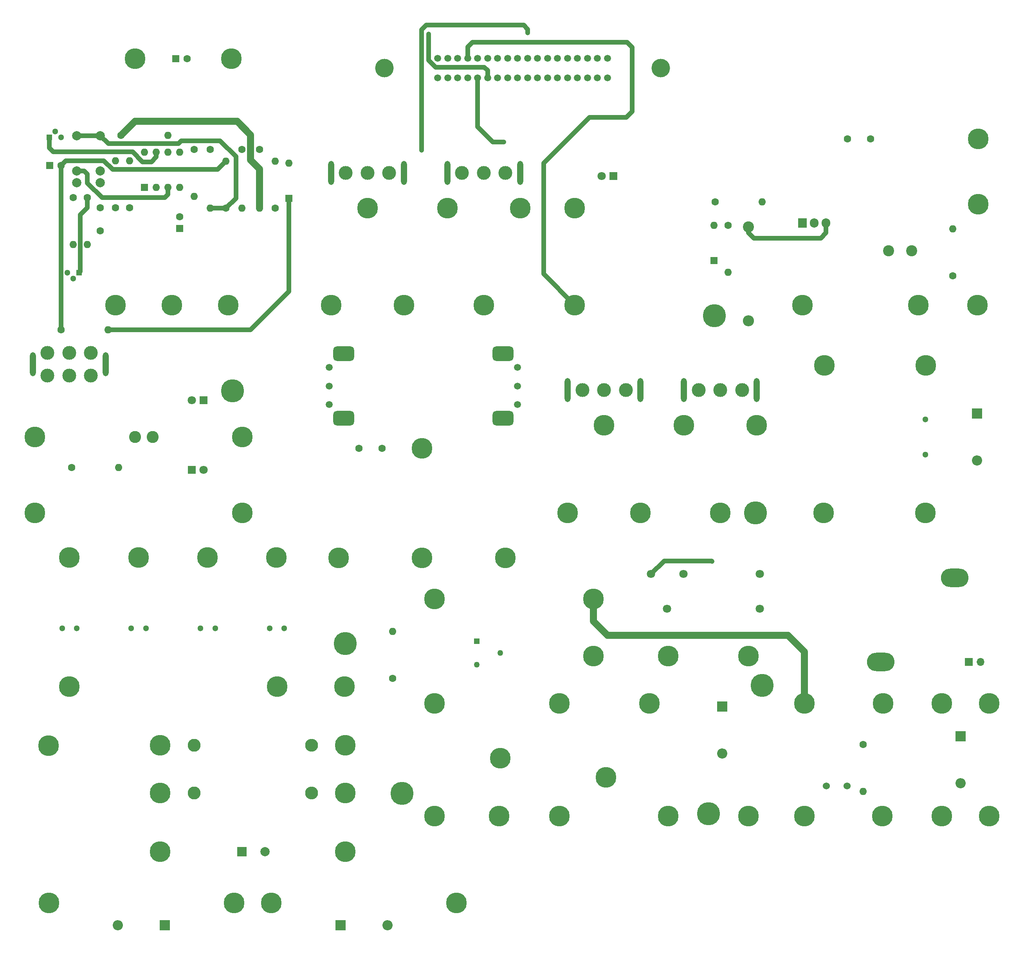
<source format=gbr>
%TF.GenerationSoftware,KiCad,Pcbnew,7.0.1*%
%TF.CreationDate,2024-01-30T16:28:06+02:00*%
%TF.ProjectId,EB-190,45422d31-3930-42e6-9b69-6361645f7063,rev?*%
%TF.SameCoordinates,Original*%
%TF.FileFunction,Copper,L1,Top*%
%TF.FilePolarity,Positive*%
%FSLAX46Y46*%
G04 Gerber Fmt 4.6, Leading zero omitted, Abs format (unit mm)*
G04 Created by KiCad (PCBNEW 7.0.1) date 2024-01-30 16:28:06*
%MOMM*%
%LPD*%
G01*
G04 APERTURE LIST*
G04 Aperture macros list*
%AMRoundRect*
0 Rectangle with rounded corners*
0 $1 Rounding radius*
0 $2 $3 $4 $5 $6 $7 $8 $9 X,Y pos of 4 corners*
0 Add a 4 corners polygon primitive as box body*
4,1,4,$2,$3,$4,$5,$6,$7,$8,$9,$2,$3,0*
0 Add four circle primitives for the rounded corners*
1,1,$1+$1,$2,$3*
1,1,$1+$1,$4,$5*
1,1,$1+$1,$6,$7*
1,1,$1+$1,$8,$9*
0 Add four rect primitives between the rounded corners*
20,1,$1+$1,$2,$3,$4,$5,0*
20,1,$1+$1,$4,$5,$6,$7,0*
20,1,$1+$1,$6,$7,$8,$9,0*
20,1,$1+$1,$8,$9,$2,$3,0*%
G04 Aperture macros list end*
%TA.AperFunction,ComponentPad*%
%ADD10C,1.803400*%
%TD*%
%TA.AperFunction,ComponentPad*%
%ADD11C,1.500000*%
%TD*%
%TA.AperFunction,ComponentPad*%
%ADD12RoundRect,0.800000X1.450000X-0.800000X1.450000X0.800000X-1.450000X0.800000X-1.450000X-0.800000X0*%
%TD*%
%TA.AperFunction,ComponentPad*%
%ADD13C,4.500000*%
%TD*%
%TA.AperFunction,ComponentPad*%
%ADD14C,1.600000*%
%TD*%
%TA.AperFunction,ComponentPad*%
%ADD15O,1.600000X1.600000*%
%TD*%
%TA.AperFunction,ComponentPad*%
%ADD16C,3.000000*%
%TD*%
%TA.AperFunction,ComponentPad*%
%ADD17O,1.300000X5.200000*%
%TD*%
%TA.AperFunction,ComponentPad*%
%ADD18C,1.300000*%
%TD*%
%TA.AperFunction,ComponentPad*%
%ADD19C,1.268000*%
%TD*%
%TA.AperFunction,ComponentPad*%
%ADD20R,1.268000X1.268000*%
%TD*%
%TA.AperFunction,ComponentPad*%
%ADD21R,1.800000X1.800000*%
%TD*%
%TA.AperFunction,ComponentPad*%
%ADD22C,1.800000*%
%TD*%
%TA.AperFunction,ComponentPad*%
%ADD23C,2.600000*%
%TD*%
%TA.AperFunction,ComponentPad*%
%ADD24R,2.000000X2.000000*%
%TD*%
%TA.AperFunction,ComponentPad*%
%ADD25C,2.000000*%
%TD*%
%TA.AperFunction,ComponentPad*%
%ADD26C,2.800000*%
%TD*%
%TA.AperFunction,ComponentPad*%
%ADD27O,2.800000X2.800000*%
%TD*%
%TA.AperFunction,ComponentPad*%
%ADD28R,1.700000X1.700000*%
%TD*%
%TA.AperFunction,ComponentPad*%
%ADD29O,1.700000X1.700000*%
%TD*%
%TA.AperFunction,ComponentPad*%
%ADD30O,6.000000X4.000000*%
%TD*%
%TA.AperFunction,ComponentPad*%
%ADD31R,1.600000X1.600000*%
%TD*%
%TA.AperFunction,ComponentPad*%
%ADD32R,2.200000X2.200000*%
%TD*%
%TA.AperFunction,ComponentPad*%
%ADD33O,2.200000X2.200000*%
%TD*%
%TA.AperFunction,ComponentPad*%
%ADD34C,2.400000*%
%TD*%
%TA.AperFunction,ComponentPad*%
%ADD35C,1.524000*%
%TD*%
%TA.AperFunction,ComponentPad*%
%ADD36R,1.300000X1.300000*%
%TD*%
%TA.AperFunction,ComponentPad*%
%ADD37R,1.905000X2.000000*%
%TD*%
%TA.AperFunction,ComponentPad*%
%ADD38O,1.905000X2.000000*%
%TD*%
%TA.AperFunction,ComponentPad*%
%ADD39O,2.400000X2.400000*%
%TD*%
%TA.AperFunction,ComponentPad*%
%ADD40C,4.000000*%
%TD*%
%TA.AperFunction,ViaPad*%
%ADD41C,5.000000*%
%TD*%
%TA.AperFunction,ViaPad*%
%ADD42C,0.800000*%
%TD*%
%TA.AperFunction,Conductor*%
%ADD43C,1.000000*%
%TD*%
%TA.AperFunction,Conductor*%
%ADD44C,1.500000*%
%TD*%
G04 APERTURE END LIST*
D10*
%TO.P,RLY3,1*%
%TO.N,Net-(RLY3-Pad1)*%
X262109996Y-144713000D03*
%TO.P,RLY3,2*%
%TO.N,/RLY_NC*%
X245609996Y-144713000D03*
%TO.P,RLY3,3*%
%TO.N,/RLY_NO*%
X238609995Y-144713000D03*
%TO.P,RLY3,4*%
%TO.N,/RLY_C*%
X242109996Y-152213000D03*
%TO.P,RLY3,5*%
%TO.N,/RLY_COIL*%
X262109996Y-152213000D03*
%TD*%
D11*
%TO.P,L5,1A*%
%TO.N,Net-(L5-Pad1A)*%
X169007000Y-100013000D03*
%TO.P,L5,1B*%
%TO.N,Net-(F2-Pad1)*%
X169007000Y-108013000D03*
%TO.P,L5,2A*%
X209707000Y-100013000D03*
%TO.P,L5,2B*%
%TO.N,Net-(L5-Pad2B)*%
X209707000Y-108013000D03*
%TO.P,L5,3*%
%TO.N,Net-(L5-Pad3)*%
X169007000Y-104013000D03*
%TO.P,L5,4*%
%TO.N,Net-(F2-Pad1)*%
X209707000Y-104013000D03*
D12*
%TO.P,L5,M*%
%TO.N,N/C*%
X172107000Y-97013000D03*
X172107000Y-111013000D03*
X206607000Y-97013000D03*
X206607000Y-111013000D03*
%TD*%
D13*
%TO.P,TP23,1,1*%
%TO.N,Net-(R4-Pad2)*%
X191770000Y-150114000D03*
%TD*%
%TO.P,TP75,1,1*%
%TO.N,Net-(R8-Pad1)*%
X309245000Y-86487000D03*
%TD*%
%TO.P,TP45,1,1*%
%TO.N,Net-(F2-Pad2)*%
X189103000Y-117475000D03*
%TD*%
D14*
%TO.P,R13,1*%
%TO.N,/FAULT*%
X153924000Y-52832000D03*
D15*
%TO.P,R13,2*%
%TO.N,+12V*%
X153924000Y-65532000D03*
%TD*%
D13*
%TO.P,TP76,1,1*%
%TO.N,Net-(D5-K)*%
X311786000Y-172720000D03*
%TD*%
D16*
%TO.P,S1,1,A*%
%TO.N,Net-(Q2-E)*%
X108075000Y-96899000D03*
%TO.P,S1,2,B*%
%TO.N,/C2*%
X112775000Y-96899000D03*
%TO.P,S1,3,C*%
%TO.N,unconnected-(S1-C-Pad3)*%
X117475000Y-96899000D03*
%TO.P,S1,4,A*%
%TO.N,Net-(LED1-K)*%
X108075000Y-101729000D03*
%TO.P,S1,5,B*%
%TO.N,Net-(S1-B-Pad5)*%
X112775000Y-101729000D03*
%TO.P,S1,6,C*%
%TO.N,Net-(R1-Pad1)*%
X117475000Y-101729000D03*
D17*
%TO.P,S1,7*%
%TO.N,N/C*%
X104900000Y-99314000D03*
X120650000Y-99314000D03*
%TD*%
D18*
%TO.P,I2,1,+*%
%TO.N,Net-(I2-+)*%
X126195667Y-156464000D03*
%TO.P,I2,2,-*%
%TO.N,GND*%
X129370667Y-156464000D03*
%TD*%
D14*
%TO.P,R5,1*%
%TO.N,Net-(D8-K)*%
X252476000Y-64135000D03*
D15*
%TO.P,R5,2*%
%TO.N,Net-(Q1-B)*%
X262636000Y-64135000D03*
%TD*%
D13*
%TO.P,TP54,1,1*%
%TO.N,GND*%
X275971000Y-131445000D03*
%TD*%
D19*
%TO.P,P1,3,3*%
%TO.N,Net-(P1-Pad3)*%
X200914000Y-164338000D03*
%TO.P,P1,2,2*%
%TO.N,Net-(P1-Pad2)*%
X205994000Y-161798000D03*
D20*
%TO.P,P1,1,1*%
%TO.N,Net-(P1-Pad1)*%
X200914000Y-159258000D03*
%TD*%
D13*
%TO.P,TP1,1,1*%
%TO.N,+12V*%
X127000000Y-33147000D03*
%TD*%
%TO.P,TP74,1,1*%
%TO.N,Net-(D1-A)*%
X108411500Y-215900000D03*
%TD*%
D21*
%TO.P,LED2,1,K*%
%TO.N,/BLNK_LED_A*%
X139314000Y-122174000D03*
D22*
%TO.P,LED2,2,A*%
%TO.N,Net-(LED1-K)*%
X141854000Y-122174000D03*
%TD*%
D13*
%TO.P,TP64,1,1*%
%TO.N,Net-(I5-+)*%
X288799000Y-172720000D03*
%TD*%
%TO.P,TP71,1,1*%
%TO.N,Net-(R3-Pad2)*%
X172461000Y-192148000D03*
%TD*%
%TO.P,TP15,1,1*%
%TO.N,Net-(I4--)*%
X157712834Y-169037000D03*
%TD*%
D14*
%TO.P,R22,1*%
%TO.N,GND*%
X116713000Y-63246000D03*
D15*
%TO.P,R22,2*%
%TO.N,Net-(Q3-E)*%
X116713000Y-73406000D03*
%TD*%
D14*
%TO.P,S6,1*%
%TO.N,+12V*%
X281091000Y-50546000D03*
%TO.P,S6,2*%
%TO.N,/THERM_SW*%
X286091000Y-50546000D03*
%TD*%
D23*
%TO.P,JP1,1,B*%
%TO.N,/BLNK_RES*%
X127000000Y-115062000D03*
X130810000Y-115062000D03*
%TD*%
D13*
%TO.P,TP47,1,1*%
%TO.N,Net-(L5-Pad2B)*%
X207137000Y-141239000D03*
%TD*%
%TO.P,TP53,1,1*%
%TO.N,+12V*%
X276099000Y-99568000D03*
%TD*%
%TO.P,TP7,1,1*%
%TO.N,Net-(I1-+)*%
X112776000Y-141097000D03*
%TD*%
D18*
%TO.P,I1,1,+*%
%TO.N,Net-(I1-+)*%
X111230834Y-156464000D03*
%TO.P,I1,2,-*%
%TO.N,/I1*%
X114405834Y-156464000D03*
%TD*%
D24*
%TO.P,C1,1*%
%TO.N,Net-(C1-Pad1)*%
X150093323Y-204839000D03*
D25*
%TO.P,C1,2*%
%TO.N,Net-(C1-Pad2)*%
X155093323Y-204839000D03*
%TD*%
D22*
%TO.P,LED1,2,A*%
%TO.N,/BLNK_LED_A*%
X139319000Y-107061000D03*
D21*
%TO.P,LED1,1,K*%
%TO.N,Net-(LED1-K)*%
X141859000Y-107061000D03*
%TD*%
D16*
%TO.P,S4,1,B*%
%TO.N,Net-(S4-B)*%
X223774000Y-104902000D03*
%TO.P,S4,2,C*%
%TO.N,Net-(S4-C)*%
X228474000Y-104902000D03*
%TO.P,S4,3,A*%
%TO.N,Net-(S4-A)*%
X233174000Y-104902000D03*
D17*
%TO.P,S4,4*%
%TO.N,N/C*%
X220599000Y-104902000D03*
X236349000Y-104902000D03*
%TD*%
D13*
%TO.P,TP63,1,1*%
%TO.N,Net-(D1-K)*%
X148411500Y-215900000D03*
%TD*%
D26*
%TO.P,R3,1*%
%TO.N,Net-(R3-Pad1)*%
X139761000Y-192148000D03*
D27*
%TO.P,R3,2*%
%TO.N,Net-(R3-Pad2)*%
X165161000Y-192148000D03*
%TD*%
D13*
%TO.P,TP38,1,1*%
%TO.N,Net-(RLY3-Pad1)*%
X218822000Y-197104000D03*
%TD*%
%TO.P,TP28,1,1*%
%TO.N,GND*%
X205740000Y-197104000D03*
%TD*%
%TO.P,TP27,1,1*%
%TO.N,Net-(S5-A)*%
X245746000Y-112522000D03*
%TD*%
%TO.P,TP51,1,1*%
%TO.N,GND*%
X271781000Y-197104000D03*
%TD*%
%TO.P,TP59,1,1*%
%TO.N,Net-(R2-Pad1)*%
X132461000Y-181737000D03*
%TD*%
%TO.P,TP13,1,1*%
%TO.N,/I4*%
X150219834Y-131445000D03*
%TD*%
D14*
%TO.P,R9,1*%
%TO.N,Net-(I5--)*%
X284480000Y-181610000D03*
D15*
%TO.P,R9,2*%
%TO.N,Net-(L4-+)*%
X284480000Y-191770000D03*
%TD*%
D14*
%TO.P,R1,1*%
%TO.N,Net-(R1-Pad1)*%
X113284000Y-121666000D03*
D15*
%TO.P,R1,2*%
%TO.N,/BLNK_RES*%
X123444000Y-121666000D03*
%TD*%
D13*
%TO.P,TP39,1,1*%
%TO.N,Net-(L5-Pad1A)*%
X171069000Y-141239000D03*
%TD*%
D28*
%TO.P,L4,1,-*%
%TO.N,Net-(I5-+)*%
X307341000Y-163703000D03*
D29*
%TO.P,L4,2,+*%
%TO.N,Net-(L4-+)*%
X309881000Y-163703000D03*
D30*
%TO.P,L4,M*%
%TO.N,N/C*%
X304261779Y-145517673D03*
X288261779Y-163717673D03*
%TD*%
D31*
%TO.P,D7,1,K*%
%TO.N,GND*%
X252222000Y-76835000D03*
D15*
%TO.P,D7,2,A*%
%TO.N,Net-(D7-A)*%
X252222000Y-69215000D03*
%TD*%
D32*
%TO.P,D4,1,K*%
%TO.N,Net-(D4-K)*%
X254001000Y-173355000D03*
D33*
%TO.P,D4,2,A*%
%TO.N,Net-(D4-A)*%
X254001000Y-183515000D03*
%TD*%
D13*
%TO.P,TP57,1,1*%
%TO.N,Net-(BZ1--)*%
X298070000Y-99568000D03*
%TD*%
%TO.P,TP61,1,1*%
%TO.N,Net-(C1-Pad1)*%
X132461000Y-204839000D03*
%TD*%
%TO.P,TP46,1,1*%
%TO.N,Net-(L5-Pad3)*%
X189103000Y-141239000D03*
%TD*%
D18*
%TO.P,I4,1,+*%
%TO.N,/I4*%
X156125334Y-156464000D03*
%TO.P,I4,2,-*%
%TO.N,Net-(I4--)*%
X159300334Y-156464000D03*
%TD*%
D31*
%TO.P,C2,1*%
%TO.N,+12V*%
X135803000Y-33147000D03*
D14*
%TO.P,C2,2*%
%TO.N,GND*%
X138303000Y-33147000D03*
%TD*%
D16*
%TO.P,S2,1,A*%
%TO.N,Net-(S2-A)*%
X181992000Y-57912000D03*
%TO.P,S2,2,B*%
%TO.N,Net-(S2-B)*%
X177292000Y-57912000D03*
%TO.P,S2,3,C*%
%TO.N,Net-(S2-C)*%
X172592000Y-57912000D03*
D17*
%TO.P,S2,4*%
%TO.N,N/C*%
X185167000Y-57912000D03*
X169417000Y-57912000D03*
%TD*%
D13*
%TO.P,TP37,1,1*%
%TO.N,/RLY_COIL*%
X226188000Y-162433000D03*
%TD*%
%TO.P,TP32,1,1*%
%TO.N,Net-(S3-C)*%
X210312000Y-65532000D03*
%TD*%
D22*
%TO.P,D8,2,A*%
%TO.N,Net-(D8-A)*%
X227970000Y-58547000D03*
D21*
%TO.P,D8,1,K*%
%TO.N,Net-(D8-K)*%
X230510000Y-58547000D03*
%TD*%
D13*
%TO.P,TP49,1,1*%
%TO.N,Net-(D4-A)*%
X259716000Y-197104000D03*
%TD*%
%TO.P,TP19,1,1*%
%TO.N,Net-(S2-B)*%
X177292000Y-65532000D03*
%TD*%
%TO.P,TP67,1,1*%
%TO.N,Net-(I5-+)*%
X301499000Y-172720000D03*
%TD*%
D14*
%TO.P,R15,1*%
%TO.N,/FAULT*%
X143256000Y-52832000D03*
D15*
%TO.P,R15,2*%
%TO.N,/RLY1_C2*%
X143256000Y-65532000D03*
%TD*%
D13*
%TO.P,TP60,1,1*%
%TO.N,Net-(R3-Pad1)*%
X132461000Y-192148000D03*
%TD*%
D14*
%TO.P,R18,1*%
%TO.N,/RLY1_NO2*%
X122809000Y-65405000D03*
D15*
%TO.P,R18,2*%
%TO.N,Net-(U1-START)*%
X122809000Y-55245000D03*
%TD*%
D13*
%TO.P,TP40,1,1*%
%TO.N,/RLY_C*%
X228854000Y-188722000D03*
%TD*%
%TO.P,TP52,1,1*%
%TO.N,Net-(R7-Pad1)*%
X309372000Y-50571400D03*
%TD*%
D34*
%TO.P,R7,1*%
%TO.N,Net-(R7-Pad1)*%
X289981000Y-74784000D03*
%TO.P,R7,2*%
%TO.N,/THERMISTOR_A*%
X294981000Y-74784000D03*
%TD*%
D13*
%TO.P,TP8,1,1*%
%TO.N,Net-(LED1-K)*%
X150219834Y-115062000D03*
%TD*%
D31*
%TO.P,D6,1,K*%
%TO.N,/C2*%
X160274000Y-63373000D03*
D15*
%TO.P,D6,2,A*%
%TO.N,Net-(D6-A)*%
X160274000Y-55753000D03*
%TD*%
D13*
%TO.P,TP12,1,1*%
%TO.N,Net-(I3-+)*%
X142642166Y-141097000D03*
%TD*%
D18*
%TO.P,I3,1,+*%
%TO.N,Net-(I3-+)*%
X141160500Y-156464000D03*
%TO.P,I3,2,-*%
%TO.N,/I3*%
X144335500Y-156464000D03*
%TD*%
D13*
%TO.P,TP77,1,1*%
%TO.N,Net-(D5-A)*%
X311786000Y-197104000D03*
%TD*%
D14*
%TO.P,R23,1*%
%TO.N,Net-(R23-Pad1)*%
X139827000Y-52832000D03*
D15*
%TO.P,R23,2*%
%TO.N,Net-(C5-Pad2)*%
X139827000Y-62992000D03*
%TD*%
D13*
%TO.P,TP6,1,1*%
%TO.N,Net-(I1-+)*%
X105325334Y-131445000D03*
%TD*%
%TO.P,TP16,1,1*%
%TO.N,GND*%
X172339000Y-169037000D03*
%TD*%
%TO.P,TP72,1,1*%
%TO.N,Net-(C1-Pad2)*%
X172461000Y-204839000D03*
%TD*%
%TO.P,TP29,1,1*%
%TO.N,Net-(S3-B)*%
X202438000Y-86487000D03*
%TD*%
D15*
%TO.P,R4,2*%
%TO.N,Net-(R4-Pad2)*%
X182753000Y-157099000D03*
D14*
%TO.P,R4,1*%
%TO.N,Net-(P1-Pad1)*%
X182753000Y-167259000D03*
%TD*%
D13*
%TO.P,TP5,1,1*%
%TO.N,Net-(F1-Pad2)*%
X122809000Y-86487000D03*
%TD*%
%TO.P,TP65,1,1*%
%TO.N,Net-(L4-+)*%
X288672000Y-197104000D03*
%TD*%
%TO.P,TP50,1,1*%
%TO.N,GND*%
X108331000Y-181864000D03*
%TD*%
%TO.P,TP17,1,1*%
%TO.N,Net-(S2-C)*%
X185166000Y-86487000D03*
%TD*%
D14*
%TO.P,R19,1*%
%TO.N,Net-(U1-VSS)*%
X125857000Y-65405000D03*
D15*
%TO.P,R19,2*%
%TO.N,GND*%
X125857000Y-55245000D03*
%TD*%
D13*
%TO.P,TP25,1,1*%
%TO.N,Net-(P1-Pad3)*%
X191770000Y-197104000D03*
%TD*%
D32*
%TO.P,D2,1,K*%
%TO.N,Net-(D2-K)*%
X171430500Y-220726000D03*
D33*
%TO.P,D2,2,A*%
%TO.N,Net-(D2-A)*%
X181590500Y-220726000D03*
%TD*%
D31*
%TO.P,C4,1*%
%TO.N,/FAULT*%
X108522888Y-56261000D03*
D14*
%TO.P,C4,2*%
%TO.N,Net-(Q3-B)*%
X111022888Y-56261000D03*
%TD*%
%TO.P,R12,1*%
%TO.N,/FAULT*%
X150114000Y-52832000D03*
D15*
%TO.P,R12,2*%
%TO.N,+12V*%
X150114000Y-65532000D03*
%TD*%
D13*
%TO.P,TP20,1,1*%
%TO.N,Net-(S4-B)*%
X228474000Y-112522000D03*
%TD*%
D14*
%TO.P,R24,1*%
%TO.N,Net-(D7-A)*%
X255270000Y-69215000D03*
D15*
%TO.P,R24,2*%
%TO.N,Net-(Q1-B)*%
X255270000Y-79375000D03*
%TD*%
D16*
%TO.P,S3,1,A*%
%TO.N,Net-(S3-A)*%
X207138000Y-57912000D03*
%TO.P,S3,2,B*%
%TO.N,Net-(S3-B)*%
X202438000Y-57912000D03*
%TO.P,S3,3,C*%
%TO.N,Net-(S3-C)*%
X197738000Y-57912000D03*
D17*
%TO.P,S3,4*%
%TO.N,N/C*%
X210313000Y-57912000D03*
X194563000Y-57912000D03*
%TD*%
D13*
%TO.P,TP22,1,1*%
%TO.N,Net-(S4-A)*%
X220600000Y-131445000D03*
%TD*%
%TO.P,TP9,1,1*%
%TO.N,Net-(R14-Pad1)*%
X147193000Y-86487000D03*
%TD*%
%TO.P,TP3,1,1*%
%TO.N,Net-(R1-Pad1)*%
X105325334Y-115062000D03*
%TD*%
D26*
%TO.P,R2,1*%
%TO.N,Net-(R2-Pad1)*%
X139761000Y-181737000D03*
D27*
%TO.P,R2,2*%
%TO.N,Net-(R2-Pad2)*%
X165161000Y-181737000D03*
%TD*%
D18*
%TO.P,BZ1,1,-*%
%TO.N,Net-(BZ1--)*%
X297942000Y-111262000D03*
%TO.P,BZ1,2,+*%
%TO.N,Net-(BZ1-+)*%
X297942000Y-118862000D03*
%TD*%
D13*
%TO.P,TP44,1,1*%
%TO.N,Net-(RLY3-Pad1)*%
X242317000Y-197104000D03*
%TD*%
%TO.P,TP2,1,1*%
%TO.N,GND*%
X147828000Y-33147000D03*
%TD*%
%TO.P,TP42,1,1*%
%TO.N,+12V*%
X226188000Y-150114000D03*
%TD*%
D32*
%TO.P,D5,1,K*%
%TO.N,Net-(D5-K)*%
X305562000Y-179832000D03*
D33*
%TO.P,D5,2,A*%
%TO.N,Net-(D5-A)*%
X305562000Y-189992000D03*
%TD*%
D13*
%TO.P,TP36,1,1*%
%TO.N,Net-(D8-A)*%
X222123000Y-65532000D03*
%TD*%
%TO.P,TP4,1,1*%
%TO.N,Net-(S1-B-Pad5)*%
X135001000Y-86487000D03*
%TD*%
%TO.P,TP33,1,1*%
%TO.N,Net-(S5-C)*%
X261494000Y-112522000D03*
%TD*%
%TO.P,TP30,1,1*%
%TO.N,Net-(S5-B)*%
X253620000Y-131445000D03*
%TD*%
%TO.P,TP18,1,1*%
%TO.N,Net-(S4-C)*%
X236348000Y-131445000D03*
%TD*%
%TO.P,TP43,1,1*%
%TO.N,/RLY_COIL*%
X242317000Y-162433000D03*
%TD*%
D14*
%TO.P,R20,1*%
%TO.N,+12V*%
X123952000Y-49784000D03*
D15*
%TO.P,R20,2*%
%TO.N,Net-(D6-A)*%
X134112000Y-49784000D03*
%TD*%
D25*
%TO.P,RL1,1,1*%
%TO.N,/RLY1_C2*%
X114427000Y-49854786D03*
%TO.P,RL1,2,2*%
%TO.N,/RLY1_COIL*%
X114427000Y-57474786D03*
%TO.P,RL1,3,3*%
%TO.N,unconnected-(RL1-Pad3)*%
X114427000Y-60014786D03*
%TO.P,RL1,4,4*%
%TO.N,/RLY1_NO2*%
X119507000Y-60014786D03*
%TO.P,RL1,5,5*%
%TO.N,GND*%
X119507000Y-57474786D03*
%TO.P,RL1,6,6*%
%TO.N,/RLY1_C2*%
X119507000Y-49854786D03*
%TD*%
D13*
%TO.P,TP26,1,1*%
%TO.N,Net-(S3-A)*%
X194564000Y-65532000D03*
%TD*%
D32*
%TO.P,D1,1,K*%
%TO.N,Net-(D1-K)*%
X133477000Y-220726000D03*
D33*
%TO.P,D1,2,A*%
%TO.N,Net-(D1-A)*%
X123317000Y-220726000D03*
%TD*%
D13*
%TO.P,TP34,1,1*%
%TO.N,/+PS_1*%
X222123000Y-86487000D03*
%TD*%
D14*
%TO.P,R8,1*%
%TO.N,Net-(R8-Pad1)*%
X303911000Y-80137000D03*
D15*
%TO.P,R8,2*%
%TO.N,/THERMISTOR_B*%
X303911000Y-69977000D03*
%TD*%
D13*
%TO.P,TP11,1,1*%
%TO.N,Net-(I2-+)*%
X127762000Y-141097000D03*
%TD*%
D14*
%TO.P,R14,1*%
%TO.N,Net-(R14-Pad1)*%
X157353000Y-65532000D03*
D15*
%TO.P,R14,2*%
%TO.N,/FAULT*%
X157353000Y-55372000D03*
%TD*%
D13*
%TO.P,TP58,1,1*%
%TO.N,Net-(BZ1-+)*%
X297942000Y-131445000D03*
%TD*%
D35*
%TO.P,I5,1,+*%
%TO.N,Net-(I5-+)*%
X276516000Y-190561000D03*
%TO.P,I5,2,-*%
%TO.N,Net-(I5--)*%
X281016000Y-190561000D03*
%TD*%
D14*
%TO.P,R16,1*%
%TO.N,/RLY1_C2*%
X146685000Y-65532000D03*
D15*
%TO.P,R16,2*%
%TO.N,Net-(Q3-B)*%
X146685000Y-55372000D03*
%TD*%
D13*
%TO.P,TP14,1,1*%
%TO.N,/I4*%
X157607000Y-141097000D03*
%TD*%
%TO.P,TP69,1,1*%
%TO.N,/THERM_SW_PIN*%
X296418000Y-86487000D03*
%TD*%
D32*
%TO.P,D3,1,K*%
%TO.N,Net-(BZ1--)*%
X309118000Y-109982000D03*
D33*
%TO.P,D3,2,A*%
%TO.N,Net-(BZ1-+)*%
X309118000Y-120142000D03*
%TD*%
D13*
%TO.P,TP66,1,1*%
%TO.N,/THERMISTOR_B*%
X309372000Y-64668400D03*
%TD*%
D14*
%TO.P,R17,1*%
%TO.N,Net-(Q3-B)*%
X110998000Y-91821000D03*
D15*
%TO.P,R17,2*%
%TO.N,/C2*%
X121158000Y-91821000D03*
%TD*%
D13*
%TO.P,TP55,1,1*%
%TO.N,+12V*%
X271781000Y-172720000D03*
%TD*%
%TO.P,TP35,1,1*%
%TO.N,/RLY_NO_BN*%
X238252000Y-172720000D03*
%TD*%
D36*
%TO.P,Q3,1,C*%
%TO.N,/FAULT*%
X108458000Y-50165000D03*
D18*
%TO.P,Q3,2,B*%
%TO.N,Net-(Q3-B)*%
X109728000Y-48895000D03*
%TO.P,Q3,3,E*%
%TO.N,Net-(Q3-E)*%
X110998000Y-50165000D03*
%TD*%
D13*
%TO.P,TP41,1,1*%
%TO.N,/RLY_NC*%
X218822000Y-172720000D03*
%TD*%
D14*
%TO.P,F1,1*%
%TO.N,/RLY1_NO2*%
X119507000Y-65445000D03*
%TO.P,F1,2*%
%TO.N,Net-(F1-Pad2)*%
X119507000Y-70445000D03*
%TD*%
D37*
%TO.P,Q1,1,C*%
%TO.N,+12V*%
X271399000Y-68740000D03*
D38*
%TO.P,Q1,2,B*%
%TO.N,Net-(Q1-B)*%
X273939000Y-68740000D03*
%TO.P,Q1,3,E*%
%TO.N,Net-(Q1-E)*%
X276479000Y-68740000D03*
%TD*%
D31*
%TO.P,C5,1*%
%TO.N,+12V*%
X136652000Y-69912113D03*
D14*
%TO.P,C5,2*%
%TO.N,Net-(C5-Pad2)*%
X136652000Y-67412113D03*
%TD*%
D13*
%TO.P,TP68,1,1*%
%TO.N,Net-(L4-+)*%
X301499000Y-197104000D03*
%TD*%
%TO.P,TP31,1,1*%
%TO.N,Net-(P1-Pad2)*%
X205994000Y-184531000D03*
%TD*%
D14*
%TO.P,F2,1*%
%TO.N,Net-(F2-Pad1)*%
X175467000Y-117475000D03*
%TO.P,F2,2*%
%TO.N,Net-(F2-Pad2)*%
X180467000Y-117475000D03*
%TD*%
D13*
%TO.P,TP70,1,1*%
%TO.N,Net-(R2-Pad2)*%
X172461000Y-181737000D03*
%TD*%
D34*
%TO.P,R6,1*%
%TO.N,Net-(Q1-E)*%
X259715000Y-69596000D03*
D39*
%TO.P,R6,2*%
%TO.N,GND*%
X259715000Y-89916000D03*
%TD*%
D16*
%TO.P,S5,1,B*%
%TO.N,Net-(S5-B)*%
X248920000Y-104902000D03*
%TO.P,S5,2,C*%
%TO.N,Net-(S5-C)*%
X253620000Y-104902000D03*
%TO.P,S5,3,A*%
%TO.N,Net-(S5-A)*%
X258320000Y-104902000D03*
D17*
%TO.P,S5,4*%
%TO.N,N/C*%
X245745000Y-104902000D03*
X261495000Y-104902000D03*
%TD*%
D13*
%TO.P,TP24,1,1*%
%TO.N,Net-(P1-Pad1)*%
X191770000Y-172720000D03*
%TD*%
D36*
%TO.P,Q2,1,C*%
%TO.N,GND*%
X114935000Y-79502000D03*
D18*
%TO.P,Q2,2,B*%
%TO.N,Net-(Q2-B)*%
X113665000Y-80772000D03*
%TO.P,Q2,3,E*%
%TO.N,Net-(Q2-E)*%
X112395000Y-79502000D03*
%TD*%
D13*
%TO.P,TP62,1,1*%
%TO.N,Net-(D2-A)*%
X196510500Y-215900000D03*
%TD*%
%TO.P,TP21,1,1*%
%TO.N,Net-(S2-A)*%
X169418000Y-86487000D03*
%TD*%
%TO.P,TP73,1,1*%
%TO.N,Net-(D2-K)*%
X156510500Y-215900000D03*
%TD*%
%TO.P,TP48,1,1*%
%TO.N,Net-(D4-K)*%
X259716000Y-162433000D03*
%TD*%
%TO.P,TP10,1,1*%
%TO.N,/I1_R*%
X112818334Y-169037000D03*
%TD*%
D14*
%TO.P,R21,1*%
%TO.N,Net-(Q3-E)*%
X113665000Y-63246000D03*
D15*
%TO.P,R21,2*%
%TO.N,Net-(Q2-B)*%
X113665000Y-73406000D03*
%TD*%
D11*
%TO.P,J1,1,Pin_1*%
%TO.N,unconnected-(J1-Pin_1-Pad1)*%
X192457055Y-37373625D03*
%TO.P,J1,2,Pin_2*%
%TO.N,unconnected-(J1-Pin_2-Pad2)*%
X194617055Y-37373625D03*
%TO.P,J1,3,Pin_3*%
%TO.N,unconnected-(J1-Pin_3-Pad3)*%
X196777055Y-37373625D03*
%TO.P,J1,4,Pin_4*%
%TO.N,unconnected-(J1-Pin_4-Pad4)*%
X198937055Y-37373625D03*
%TO.P,J1,5,Pin_5*%
%TO.N,/I1*%
X201097055Y-37373625D03*
%TO.P,J1,6,Pin_6*%
%TO.N,/I1_R*%
X203257055Y-37373625D03*
%TO.P,J1,7,Pin_7*%
%TO.N,unconnected-(J1-Pin_7-Pad7)*%
X205417055Y-37373625D03*
%TO.P,J1,8,Pin_8*%
%TO.N,/BLNK_RES*%
X207577055Y-37373625D03*
%TO.P,J1,9,Pin_9*%
%TO.N,/BLNK_LED_A*%
X209737055Y-37373625D03*
%TO.P,J1,10,Pin_10*%
%TO.N,unconnected-(J1-Pin_10-Pad10)*%
X211897055Y-37373625D03*
%TO.P,J1,11,Pin_11*%
%TO.N,/I3*%
X214057055Y-37373625D03*
%TO.P,J1,12,Pin_12*%
%TO.N,GND*%
X216217055Y-37373625D03*
%TO.P,J1,13,Pin_13*%
%TO.N,/RLY_COIL*%
X218377055Y-37373625D03*
%TO.P,J1,14,Pin_14*%
%TO.N,unconnected-(J1-Pin_14-Pad14)*%
X220537055Y-37373625D03*
%TO.P,J1,15,Pin_15*%
%TO.N,/RLY_C*%
X222697055Y-37373625D03*
%TO.P,J1,16,Pin_16*%
%TO.N,unconnected-(J1-Pin_16-Pad16)*%
X224857055Y-37373625D03*
%TO.P,J1,17,Pin_17*%
%TO.N,/RLY_NO_BN*%
X227017055Y-37373625D03*
%TO.P,J1,18,Pin_18*%
%TO.N,/RLY_NO*%
X229177055Y-37373625D03*
%TO.P,J1,19,Pin_19*%
%TO.N,unconnected-(J1-Pin_19-Pad19)*%
X192457055Y-33083625D03*
%TO.P,J1,20,Pin_20*%
%TO.N,unconnected-(J1-Pin_20-Pad20)*%
X194617055Y-33083625D03*
%TO.P,J1,21,Pin_21*%
%TO.N,unconnected-(J1-Pin_21-Pad21)*%
X196777055Y-33083625D03*
%TO.P,J1,22,Pin_22*%
%TO.N,/+PS_1*%
X198937055Y-33083625D03*
%TO.P,J1,23,Pin_23*%
%TO.N,GND*%
X201097055Y-33083625D03*
%TO.P,J1,24,Pin_24*%
%TO.N,+12V*%
X203257055Y-33083625D03*
%TO.P,J1,25,Pin_25*%
%TO.N,unconnected-(J1-Pin_25-Pad25)*%
X205417055Y-33083625D03*
%TO.P,J1,26,Pin_26*%
%TO.N,unconnected-(J1-Pin_26-Pad26)*%
X207577055Y-33083625D03*
%TO.P,J1,27,Pin_27*%
%TO.N,unconnected-(J1-Pin_27-Pad27)*%
X209737055Y-33083625D03*
%TO.P,J1,28,Pin_28*%
%TO.N,Net-(J1-Pin_28)*%
X211897055Y-33083625D03*
%TO.P,J1,29,Pin_29*%
%TO.N,unconnected-(J1-Pin_29-Pad29)*%
X214057055Y-33083625D03*
%TO.P,J1,30,Pin_30*%
%TO.N,GND*%
X216217055Y-33083625D03*
%TO.P,J1,31,Pin_31*%
%TO.N,/THERMISTOR_A*%
X218377055Y-33083625D03*
%TO.P,J1,32,Pin_32*%
%TO.N,/THERMISTOR_B*%
X220537055Y-33083625D03*
%TO.P,J1,33,Pin_33*%
%TO.N,unconnected-(J1-Pin_33-Pad33)*%
X222697055Y-33083625D03*
%TO.P,J1,34,Pin_34*%
%TO.N,/THERM_SW*%
X224857055Y-33083625D03*
%TO.P,J1,35,Pin_35*%
%TO.N,/THERM_SW_PIN*%
X227017055Y-33083625D03*
%TO.P,J1,36,Pin_36*%
%TO.N,unconnected-(J1-Pin_36-Pad36)*%
X229177055Y-33083625D03*
D40*
%TO.P,J1,M*%
%TO.N,N/C*%
X180947055Y-35228625D03*
X240687055Y-35228625D03*
%TD*%
D13*
%TO.P,TP56,1,1*%
%TO.N,+12V*%
X271399000Y-86487000D03*
%TD*%
D31*
%TO.P,U1,1,VSS*%
%TO.N,Net-(U1-VSS)*%
X129042000Y-61077000D03*
D15*
%TO.P,U1,2,VCC*%
%TO.N,+12V*%
X131582000Y-61077000D03*
%TO.P,U1,3,RELAY*%
%TO.N,/RLY1_COIL*%
X134122000Y-61077000D03*
%TO.P,U1,4,OSC*%
%TO.N,Net-(C5-Pad2)*%
X136662000Y-61077000D03*
%TO.P,U1,5,OSC*%
%TO.N,Net-(R23-Pad1)*%
X136662000Y-53457000D03*
%TO.P,U1,6,EN*%
%TO.N,Net-(D6-A)*%
X134122000Y-53457000D03*
%TO.P,U1,7,FAULT*%
%TO.N,/FAULT*%
X131582000Y-53457000D03*
%TO.P,U1,8,START*%
%TO.N,Net-(U1-START)*%
X129042000Y-53457000D03*
%TD*%
D41*
%TO.N,*%
X252349000Y-88773000D03*
X261239000Y-131445000D03*
X148082000Y-105029000D03*
X172466000Y-159766000D03*
X184785000Y-192151000D03*
X262636000Y-168783000D03*
X251079000Y-196596000D03*
D42*
%TO.N,/RLY_NO*%
X251841000Y-141986000D03*
%TO.N,/I1*%
X206800062Y-51205562D03*
%TO.N,/I4*%
X211963000Y-27559000D03*
X188976000Y-52987500D03*
%TO.N,/I1_R*%
X190500000Y-27813000D03*
%TD*%
D43*
%TO.N,Net-(Q3-B)*%
X112038888Y-55245000D02*
X111022888Y-56261000D01*
X122174000Y-57150000D02*
X120269000Y-55245000D01*
X144907000Y-57150000D02*
X122174000Y-57150000D01*
X120269000Y-55245000D02*
X112038888Y-55245000D01*
X146685000Y-55372000D02*
X144907000Y-57150000D01*
%TO.N,/FAULT*%
X130556000Y-55499000D02*
X128651000Y-55499000D01*
X128651000Y-55499000D02*
X126492000Y-53340000D01*
X108458000Y-52451000D02*
X108458000Y-50165000D01*
X131582000Y-54473000D02*
X130556000Y-55499000D01*
X131582000Y-53457000D02*
X131582000Y-54473000D01*
X126492000Y-53340000D02*
X109347000Y-53340000D01*
X109347000Y-53340000D02*
X108458000Y-52451000D01*
%TO.N,/I1_R*%
X203257055Y-35744055D02*
X203257055Y-37373625D01*
X202565000Y-35052000D02*
X203257055Y-35744055D01*
X192024000Y-35052000D02*
X202565000Y-35052000D01*
X190500000Y-33528000D02*
X192024000Y-35052000D01*
X190500000Y-27813000D02*
X190500000Y-33528000D01*
%TO.N,/I1*%
X201097055Y-47935055D02*
X201097055Y-37373625D01*
X204367562Y-51205562D02*
X201097055Y-47935055D01*
X206800062Y-51205562D02*
X204367562Y-51205562D01*
%TO.N,/RLY_NO*%
X241463995Y-141859000D02*
X238609995Y-144713000D01*
X251841000Y-141986000D02*
X251714000Y-141859000D01*
X251714000Y-141859000D02*
X241463995Y-141859000D01*
%TO.N,/RLY1_COIL*%
X133477000Y-63246000D02*
X134122000Y-62601000D01*
X116713000Y-60071000D02*
X119888000Y-63246000D01*
X116713000Y-58166000D02*
X116713000Y-60071000D01*
X119888000Y-63246000D02*
X133477000Y-63246000D01*
X116021786Y-57474786D02*
X116713000Y-58166000D01*
X134122000Y-62601000D02*
X134122000Y-61077000D01*
X114427000Y-57474786D02*
X116021786Y-57474786D01*
%TO.N,/RLY1_C2*%
X148844000Y-63373000D02*
X146685000Y-65532000D01*
X137022767Y-50927000D02*
X145415000Y-50927000D01*
X136387767Y-51562000D02*
X137022767Y-50927000D01*
X121214214Y-51562000D02*
X136387767Y-51562000D01*
X145415000Y-50927000D02*
X148844000Y-54356000D01*
X119507000Y-49854786D02*
X121214214Y-51562000D01*
X148844000Y-54356000D02*
X148844000Y-63373000D01*
%TO.N,/I4*%
X211074000Y-25908000D02*
X211963000Y-26797000D01*
X189992000Y-25908000D02*
X211074000Y-25908000D01*
X188976000Y-26924000D02*
X189992000Y-25908000D01*
X188976000Y-52987500D02*
X188976000Y-26924000D01*
X211963000Y-26797000D02*
X211963000Y-27559000D01*
D44*
%TO.N,+12V*%
X226188000Y-150114000D02*
X226188000Y-154941000D01*
X268224000Y-157988000D02*
X271781000Y-161545000D01*
X229235000Y-157988000D02*
X268224000Y-157988000D01*
X127000000Y-46736000D02*
X123952000Y-49784000D01*
X152019000Y-55118000D02*
X152019000Y-49657000D01*
X271781000Y-161545000D02*
X271781000Y-172720000D01*
X153924000Y-57023000D02*
X152019000Y-55118000D01*
X153924000Y-65532000D02*
X153924000Y-57023000D01*
X149098000Y-46736000D02*
X127000000Y-46736000D01*
X152019000Y-49657000D02*
X149098000Y-46736000D01*
X226188000Y-154941000D02*
X229235000Y-157988000D01*
D43*
%TO.N,GND*%
X116713000Y-65405000D02*
X115189000Y-66929000D01*
X116713000Y-63246000D02*
X116713000Y-65405000D01*
X115189000Y-79248000D02*
X114935000Y-79502000D01*
X115189000Y-66929000D02*
X115189000Y-79248000D01*
%TO.N,Net-(Q3-B)*%
X111022888Y-56261000D02*
X111022888Y-91796112D01*
X111022888Y-91796112D02*
X110998000Y-91821000D01*
%TO.N,/C2*%
X121158000Y-91821000D02*
X152019000Y-91821000D01*
X152019000Y-91821000D02*
X160274000Y-83566000D01*
X160274000Y-83566000D02*
X160274000Y-63373000D01*
%TO.N,Net-(Q1-E)*%
X259715000Y-70866000D02*
X259715000Y-69596000D01*
X276479000Y-68740000D02*
X276479000Y-70866000D01*
X260858000Y-72009000D02*
X259715000Y-70866000D01*
X275336000Y-72009000D02*
X260858000Y-72009000D01*
X276479000Y-70866000D02*
X275336000Y-72009000D01*
%TO.N,/RLY1_C2*%
X143256000Y-65532000D02*
X146685000Y-65532000D01*
X114427000Y-49854786D02*
X119507000Y-49854786D01*
%TO.N,/+PS_1*%
X200025000Y-29591000D02*
X198937055Y-30678945D01*
X234569000Y-30734000D02*
X233426000Y-29591000D01*
X198937055Y-30678945D02*
X198937055Y-33083625D01*
X222123000Y-86487000D02*
X215392000Y-79756000D01*
X234569000Y-44577000D02*
X234569000Y-30734000D01*
X215392000Y-79756000D02*
X215392000Y-55753000D01*
X215392000Y-55753000D02*
X225298000Y-45847000D01*
X233299000Y-45847000D02*
X234569000Y-44577000D01*
X233426000Y-29591000D02*
X200025000Y-29591000D01*
X225298000Y-45847000D02*
X233299000Y-45847000D01*
%TD*%
M02*

</source>
